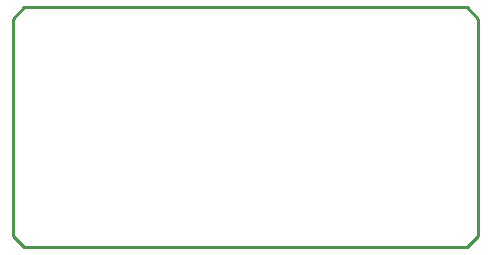
<source format=gko>
G04 EAGLE Gerber RS-274X export*
G75*
%MOMM*%
%FSLAX34Y34*%
%LPD*%
%INBoard Outline*%
%IPPOS*%
%AMOC8*
5,1,8,0,0,1.08239X$1,22.5*%
G01*
%ADD10C,0.000000*%
%ADD11C,0.254000*%


D10*
X422275Y50800D02*
X431800Y60325D01*
X431800Y244475D01*
X422275Y254000D01*
X47625Y254000D01*
X38100Y244475D01*
X38100Y60325D01*
X47625Y50800D01*
X422275Y50800D01*
D11*
X38100Y60325D02*
X47625Y50800D01*
X422275Y50800D01*
X431800Y60325D01*
X431800Y244475D01*
X422275Y254000D01*
X47625Y254000D01*
X38100Y244475D01*
X38100Y60325D01*
M02*

</source>
